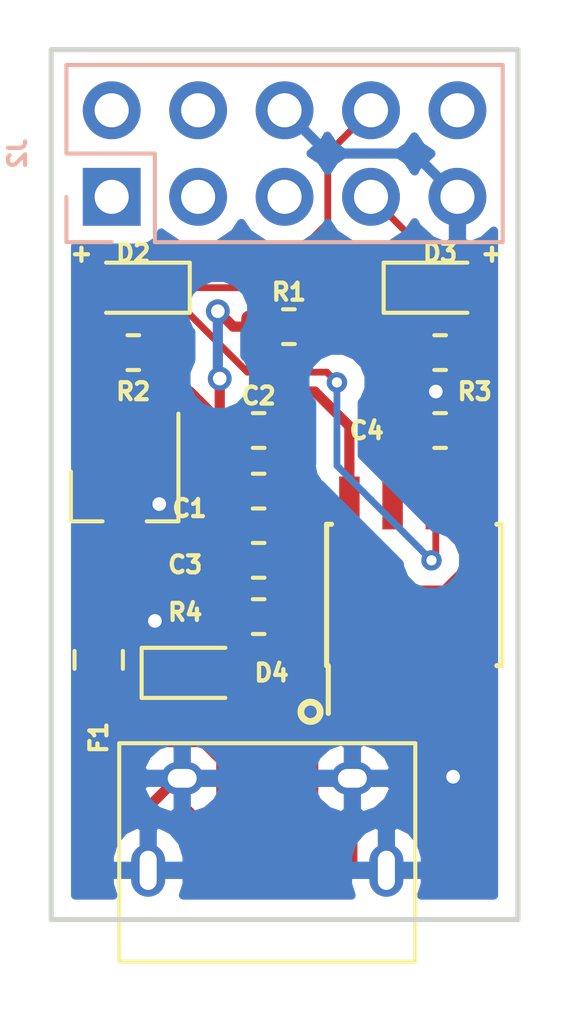
<source format=kicad_pcb>
(kicad_pcb (version 20171130) (host pcbnew 5.0.0)

  (general
    (thickness 1.6)
    (drawings 7)
    (tracks 127)
    (zones 0)
    (modules 16)
    (nets 19)
  )

  (page A4)
  (layers
    (0 F.Cu signal)
    (31 B.Cu signal)
    (32 B.Adhes user)
    (33 F.Adhes user)
    (34 B.Paste user)
    (35 F.Paste user)
    (36 B.SilkS user)
    (37 F.SilkS user)
    (38 B.Mask user)
    (39 F.Mask user)
    (40 Dwgs.User user)
    (41 Cmts.User user)
    (42 Eco1.User user)
    (43 Eco2.User user)
    (44 Edge.Cuts user)
    (45 Margin user)
    (46 B.CrtYd user)
    (47 F.CrtYd user)
    (48 B.Fab user)
    (49 F.Fab user)
  )

  (setup
    (last_trace_width 0.2)
    (trace_clearance 0.2)
    (zone_clearance 0.508)
    (zone_45_only no)
    (trace_min 0.16)
    (segment_width 0.2)
    (edge_width 0.15)
    (via_size 0.6)
    (via_drill 0.3)
    (via_min_size 0.6)
    (via_min_drill 0.3)
    (uvia_size 0.3)
    (uvia_drill 0.1)
    (uvias_allowed no)
    (uvia_min_size 0.2)
    (uvia_min_drill 0.1)
    (pcb_text_width 0.3)
    (pcb_text_size 1.5 1.5)
    (mod_edge_width 0.15)
    (mod_text_size 0.5 0.5)
    (mod_text_width 0.125)
    (pad_size 1.524 1.524)
    (pad_drill 0.762)
    (pad_to_mask_clearance 0.2)
    (aux_axis_origin 0 0)
    (visible_elements FFFFFF7F)
    (pcbplotparams
      (layerselection 0x010fc_ffffffff)
      (usegerberextensions false)
      (usegerberattributes false)
      (usegerberadvancedattributes false)
      (creategerberjobfile false)
      (excludeedgelayer true)
      (linewidth 0.100000)
      (plotframeref false)
      (viasonmask false)
      (mode 1)
      (useauxorigin false)
      (hpglpennumber 1)
      (hpglpenspeed 20)
      (hpglpendiameter 15.000000)
      (psnegative false)
      (psa4output false)
      (plotreference true)
      (plotvalue true)
      (plotinvisibletext false)
      (padsonsilk false)
      (subtractmaskfromsilk false)
      (outputformat 1)
      (mirror false)
      (drillshape 1)
      (scaleselection 1)
      (outputdirectory ""))
  )

  (net 0 "")
  (net 1 VBUS)
  (net 2 "Net-(F1-Pad2)")
  (net 3 +3V3)
  (net 4 "Net-(D3-Pad1)")
  (net 5 "Net-(D2-Pad2)")
  (net 6 "Net-(D3-Pad2)")
  (net 7 "Net-(D4-Pad2)")
  (net 8 GND)
  (net 9 /D+)
  (net 10 /D-)
  (net 11 "Net-(U1-Pad4)")
  (net 12 "Net-(D2-Pad1)")
  (net 13 "Net-(J2-Pad1)")
  (net 14 "Net-(J2-Pad2)")
  (net 15 "Net-(J2-Pad3)")
  (net 16 "Net-(J2-Pad4)")
  (net 17 "Net-(J2-Pad5)")
  (net 18 "Net-(J2-Pad10)")

  (net_class Default 这是默认网络组.
    (clearance 0.2)
    (trace_width 0.2)
    (via_dia 0.6)
    (via_drill 0.3)
    (uvia_dia 0.3)
    (uvia_drill 0.1)
    (add_net /D+)
    (add_net /D-)
    (add_net "Net-(D2-Pad1)")
    (add_net "Net-(D2-Pad2)")
    (add_net "Net-(D3-Pad1)")
    (add_net "Net-(D3-Pad2)")
    (add_net "Net-(D4-Pad2)")
    (add_net "Net-(J2-Pad1)")
    (add_net "Net-(J2-Pad10)")
    (add_net "Net-(J2-Pad2)")
    (add_net "Net-(J2-Pad3)")
    (add_net "Net-(J2-Pad4)")
    (add_net "Net-(J2-Pad5)")
    (add_net "Net-(U1-Pad4)")
  )

  (net_class Power ""
    (clearance 0.2)
    (trace_width 0.3)
    (via_dia 0.7)
    (via_drill 0.4)
    (uvia_dia 0.3)
    (uvia_drill 0.1)
    (add_net +3V3)
    (add_net GND)
    (add_net "Net-(F1-Pad2)")
    (add_net VBUS)
  )

  (module Package_TO_SOT_SMD:SOT-23_Handsoldering (layer F.Cu) (tedit 5B83C704) (tstamp 5B8FFE21)
    (at 122.682 52.451 270)
    (descr "SOT-23, Handsoldering")
    (tags SOT-23)
    (path /5B1CAB58)
    (attr smd)
    (fp_text reference U2 (at 0 -2.5 270) (layer F.SilkS) hide
      (effects (font (size 0.5 0.5) (thickness 0.125)))
    )
    (fp_text value XC6206P33 (at 0 2.5 270) (layer F.Fab)
      (effects (font (size 1 1) (thickness 0.15)))
    )
    (fp_text user %R (at 0 0) (layer F.Fab)
      (effects (font (size 0.5 0.5) (thickness 0.075)))
    )
    (fp_line (start 0.76 1.58) (end 0.76 0.65) (layer F.SilkS) (width 0.12))
    (fp_line (start 0.76 -1.58) (end 0.76 -0.65) (layer F.SilkS) (width 0.12))
    (fp_line (start -2.7 -1.75) (end 2.7 -1.75) (layer F.CrtYd) (width 0.05))
    (fp_line (start 2.7 -1.75) (end 2.7 1.75) (layer F.CrtYd) (width 0.05))
    (fp_line (start 2.7 1.75) (end -2.7 1.75) (layer F.CrtYd) (width 0.05))
    (fp_line (start -2.7 1.75) (end -2.7 -1.75) (layer F.CrtYd) (width 0.05))
    (fp_line (start 0.76 -1.58) (end -2.4 -1.58) (layer F.SilkS) (width 0.12))
    (fp_line (start -0.7 -0.95) (end -0.7 1.5) (layer F.Fab) (width 0.1))
    (fp_line (start -0.15 -1.52) (end 0.7 -1.52) (layer F.Fab) (width 0.1))
    (fp_line (start -0.7 -0.95) (end -0.15 -1.52) (layer F.Fab) (width 0.1))
    (fp_line (start 0.7 -1.52) (end 0.7 1.52) (layer F.Fab) (width 0.1))
    (fp_line (start -0.7 1.52) (end 0.7 1.52) (layer F.Fab) (width 0.1))
    (fp_line (start 0.76 1.58) (end -0.7 1.58) (layer F.SilkS) (width 0.12))
    (pad 1 smd rect (at -1.5 -0.95 270) (size 1.9 0.8) (layers F.Cu F.Paste F.Mask)
      (net 8 GND))
    (pad 2 smd rect (at -1.5 0.95 270) (size 1.9 0.8) (layers F.Cu F.Paste F.Mask)
      (net 3 +3V3))
    (pad 3 smd rect (at 1.5 0 270) (size 1.9 0.8) (layers F.Cu F.Paste F.Mask)
      (net 1 VBUS))
    (model ${KISYS3DMOD}/Package_TO_SOT_SMD.3dshapes/SOT-23.wrl
      (at (xyz 0 0 0))
      (scale (xyz 1 1 1))
      (rotate (xyz 0 0 0))
    )
  )

  (module Capacitor_SMD:C_0603_1608Metric_Pad1.05x0.95mm_HandSolder (layer F.Cu) (tedit 5B301BBE) (tstamp 5B8FF988)
    (at 131.953 50.546 180)
    (descr "Capacitor SMD 0603 (1608 Metric), square (rectangular) end terminal, IPC_7351 nominal with elongated pad for handsoldering. (Body size source: http://www.tortai-tech.com/upload/download/2011102023233369053.pdf), generated with kicad-footprint-generator")
    (tags "capacitor handsolder")
    (path /5B859AD8)
    (attr smd)
    (fp_text reference C4 (at 2.159 0 180) (layer F.SilkS)
      (effects (font (size 0.5 0.5) (thickness 0.125)))
    )
    (fp_text value 0.1uF (at 0 1.43 180) (layer F.Fab)
      (effects (font (size 1 1) (thickness 0.15)))
    )
    (fp_text user %R (at 0 0 180) (layer F.Fab)
      (effects (font (size 0.4 0.4) (thickness 0.06)))
    )
    (fp_line (start 1.65 0.73) (end -1.65 0.73) (layer F.CrtYd) (width 0.05))
    (fp_line (start 1.65 -0.73) (end 1.65 0.73) (layer F.CrtYd) (width 0.05))
    (fp_line (start -1.65 -0.73) (end 1.65 -0.73) (layer F.CrtYd) (width 0.05))
    (fp_line (start -1.65 0.73) (end -1.65 -0.73) (layer F.CrtYd) (width 0.05))
    (fp_line (start -0.171267 0.51) (end 0.171267 0.51) (layer F.SilkS) (width 0.12))
    (fp_line (start -0.171267 -0.51) (end 0.171267 -0.51) (layer F.SilkS) (width 0.12))
    (fp_line (start 0.8 0.4) (end -0.8 0.4) (layer F.Fab) (width 0.1))
    (fp_line (start 0.8 -0.4) (end 0.8 0.4) (layer F.Fab) (width 0.1))
    (fp_line (start -0.8 -0.4) (end 0.8 -0.4) (layer F.Fab) (width 0.1))
    (fp_line (start -0.8 0.4) (end -0.8 -0.4) (layer F.Fab) (width 0.1))
    (pad 2 smd roundrect (at 0.875 0 180) (size 1.05 0.95) (layers F.Cu F.Paste F.Mask) (roundrect_rratio 0.25)
      (net 8 GND))
    (pad 1 smd roundrect (at -0.875 0 180) (size 1.05 0.95) (layers F.Cu F.Paste F.Mask) (roundrect_rratio 0.25)
      (net 3 +3V3))
    (model ${KISYS3DMOD}/Capacitor_SMD.3dshapes/C_0603_1608Metric.wrl
      (at (xyz 0 0 0))
      (scale (xyz 1 1 1))
      (rotate (xyz 0 0 0))
    )
  )

  (module Capacitor_SMD:C_0603_1608Metric_Pad1.05x0.95mm_HandSolder (layer F.Cu) (tedit 5B301BBE) (tstamp 5B83C984)
    (at 126.619 54.356 180)
    (descr "Capacitor SMD 0603 (1608 Metric), square (rectangular) end terminal, IPC_7351 nominal with elongated pad for handsoldering. (Body size source: http://www.tortai-tech.com/upload/download/2011102023233369053.pdf), generated with kicad-footprint-generator")
    (tags "capacitor handsolder")
    (path /5B1CC892)
    (attr smd)
    (fp_text reference C3 (at 2.159 -0.127 180) (layer F.SilkS)
      (effects (font (size 0.5 0.5) (thickness 0.125)))
    )
    (fp_text value 0.1uF (at 0 1.43 180) (layer F.Fab)
      (effects (font (size 1 1) (thickness 0.15)))
    )
    (fp_line (start -0.8 0.4) (end -0.8 -0.4) (layer F.Fab) (width 0.1))
    (fp_line (start -0.8 -0.4) (end 0.8 -0.4) (layer F.Fab) (width 0.1))
    (fp_line (start 0.8 -0.4) (end 0.8 0.4) (layer F.Fab) (width 0.1))
    (fp_line (start 0.8 0.4) (end -0.8 0.4) (layer F.Fab) (width 0.1))
    (fp_line (start -0.171267 -0.51) (end 0.171267 -0.51) (layer F.SilkS) (width 0.12))
    (fp_line (start -0.171267 0.51) (end 0.171267 0.51) (layer F.SilkS) (width 0.12))
    (fp_line (start -1.65 0.73) (end -1.65 -0.73) (layer F.CrtYd) (width 0.05))
    (fp_line (start -1.65 -0.73) (end 1.65 -0.73) (layer F.CrtYd) (width 0.05))
    (fp_line (start 1.65 -0.73) (end 1.65 0.73) (layer F.CrtYd) (width 0.05))
    (fp_line (start 1.65 0.73) (end -1.65 0.73) (layer F.CrtYd) (width 0.05))
    (fp_text user %R (at 0 0 180) (layer F.Fab)
      (effects (font (size 0.4 0.4) (thickness 0.06)))
    )
    (pad 1 smd roundrect (at -0.875 0 180) (size 1.05 0.95) (layers F.Cu F.Paste F.Mask) (roundrect_rratio 0.25)
      (net 3 +3V3))
    (pad 2 smd roundrect (at 0.875 0 180) (size 1.05 0.95) (layers F.Cu F.Paste F.Mask) (roundrect_rratio 0.25)
      (net 8 GND))
    (model ${KISYS3DMOD}/Capacitor_SMD.3dshapes/C_0603_1608Metric.wrl
      (at (xyz 0 0 0))
      (scale (xyz 1 1 1))
      (rotate (xyz 0 0 0))
    )
  )

  (module Capacitor_SMD:C_0603_1608Metric_Pad1.05x0.95mm_HandSolder (layer F.Cu) (tedit 5B301BBE) (tstamp 5B8FF966)
    (at 126.619 50.546)
    (descr "Capacitor SMD 0603 (1608 Metric), square (rectangular) end terminal, IPC_7351 nominal with elongated pad for handsoldering. (Body size source: http://www.tortai-tech.com/upload/download/2011102023233369053.pdf), generated with kicad-footprint-generator")
    (tags "capacitor handsolder")
    (path /5B1CCC33)
    (attr smd)
    (fp_text reference C2 (at 0 -1.016) (layer F.SilkS)
      (effects (font (size 0.5 0.5) (thickness 0.125)))
    )
    (fp_text value 1uF (at 0 1.43) (layer F.Fab)
      (effects (font (size 1 1) (thickness 0.15)))
    )
    (fp_text user %R (at 0 0) (layer F.Fab)
      (effects (font (size 0.4 0.4) (thickness 0.06)))
    )
    (fp_line (start 1.65 0.73) (end -1.65 0.73) (layer F.CrtYd) (width 0.05))
    (fp_line (start 1.65 -0.73) (end 1.65 0.73) (layer F.CrtYd) (width 0.05))
    (fp_line (start -1.65 -0.73) (end 1.65 -0.73) (layer F.CrtYd) (width 0.05))
    (fp_line (start -1.65 0.73) (end -1.65 -0.73) (layer F.CrtYd) (width 0.05))
    (fp_line (start -0.171267 0.51) (end 0.171267 0.51) (layer F.SilkS) (width 0.12))
    (fp_line (start -0.171267 -0.51) (end 0.171267 -0.51) (layer F.SilkS) (width 0.12))
    (fp_line (start 0.8 0.4) (end -0.8 0.4) (layer F.Fab) (width 0.1))
    (fp_line (start 0.8 -0.4) (end 0.8 0.4) (layer F.Fab) (width 0.1))
    (fp_line (start -0.8 -0.4) (end 0.8 -0.4) (layer F.Fab) (width 0.1))
    (fp_line (start -0.8 0.4) (end -0.8 -0.4) (layer F.Fab) (width 0.1))
    (pad 2 smd roundrect (at 0.875 0) (size 1.05 0.95) (layers F.Cu F.Paste F.Mask) (roundrect_rratio 0.25)
      (net 8 GND))
    (pad 1 smd roundrect (at -0.875 0) (size 1.05 0.95) (layers F.Cu F.Paste F.Mask) (roundrect_rratio 0.25)
      (net 3 +3V3))
    (model ${KISYS3DMOD}/Capacitor_SMD.3dshapes/C_0603_1608Metric.wrl
      (at (xyz 0 0 0))
      (scale (xyz 1 1 1))
      (rotate (xyz 0 0 0))
    )
  )

  (module Capacitor_SMD:C_0603_1608Metric_Pad1.05x0.95mm_HandSolder (layer F.Cu) (tedit 5B301BBE) (tstamp 5B900A4D)
    (at 126.619 52.324)
    (descr "Capacitor SMD 0603 (1608 Metric), square (rectangular) end terminal, IPC_7351 nominal with elongated pad for handsoldering. (Body size source: http://www.tortai-tech.com/upload/download/2011102023233369053.pdf), generated with kicad-footprint-generator")
    (tags "capacitor handsolder")
    (path /5B1CC957)
    (attr smd)
    (fp_text reference C1 (at -2.032 0.508) (layer F.SilkS)
      (effects (font (size 0.5 0.5) (thickness 0.125)))
    )
    (fp_text value 1uF (at 0 1.43) (layer F.Fab)
      (effects (font (size 1 1) (thickness 0.15)))
    )
    (fp_line (start -0.8 0.4) (end -0.8 -0.4) (layer F.Fab) (width 0.1))
    (fp_line (start -0.8 -0.4) (end 0.8 -0.4) (layer F.Fab) (width 0.1))
    (fp_line (start 0.8 -0.4) (end 0.8 0.4) (layer F.Fab) (width 0.1))
    (fp_line (start 0.8 0.4) (end -0.8 0.4) (layer F.Fab) (width 0.1))
    (fp_line (start -0.171267 -0.51) (end 0.171267 -0.51) (layer F.SilkS) (width 0.12))
    (fp_line (start -0.171267 0.51) (end 0.171267 0.51) (layer F.SilkS) (width 0.12))
    (fp_line (start -1.65 0.73) (end -1.65 -0.73) (layer F.CrtYd) (width 0.05))
    (fp_line (start -1.65 -0.73) (end 1.65 -0.73) (layer F.CrtYd) (width 0.05))
    (fp_line (start 1.65 -0.73) (end 1.65 0.73) (layer F.CrtYd) (width 0.05))
    (fp_line (start 1.65 0.73) (end -1.65 0.73) (layer F.CrtYd) (width 0.05))
    (fp_text user %R (at 0 0) (layer F.Fab)
      (effects (font (size 0.4 0.4) (thickness 0.06)))
    )
    (pad 1 smd roundrect (at -0.875 0) (size 1.05 0.95) (layers F.Cu F.Paste F.Mask) (roundrect_rratio 0.25)
      (net 8 GND))
    (pad 2 smd roundrect (at 0.875 0) (size 1.05 0.95) (layers F.Cu F.Paste F.Mask) (roundrect_rratio 0.25)
      (net 1 VBUS))
    (model ${KISYS3DMOD}/Capacitor_SMD.3dshapes/C_0603_1608Metric.wrl
      (at (xyz 0 0 0))
      (scale (xyz 1 1 1))
      (rotate (xyz 0 0 0))
    )
  )

  (module Connector_PinSocket_2.54mm:PinSocket_2x05_P2.54mm_Vertical (layer B.Cu) (tedit 5A19A42B) (tstamp 5B8FF944)
    (at 122.301 43.688 270)
    (descr "Through hole straight socket strip, 2x05, 2.54mm pitch, double cols (from Kicad 4.0.7), script generated")
    (tags "Through hole socket strip THT 2x05 2.54mm double row")
    (path /5B4CB482)
    (fp_text reference J2 (at -1.27 2.77 270) (layer B.SilkS)
      (effects (font (size 0.5 0.5) (thickness 0.125)) (justify mirror))
    )
    (fp_text value Pine64_EXP (at -1.27 -12.93 270) (layer B.Fab)
      (effects (font (size 1 1) (thickness 0.15)) (justify mirror))
    )
    (fp_line (start -3.81 1.27) (end 0.27 1.27) (layer B.Fab) (width 0.1))
    (fp_line (start 0.27 1.27) (end 1.27 0.27) (layer B.Fab) (width 0.1))
    (fp_line (start 1.27 0.27) (end 1.27 -11.43) (layer B.Fab) (width 0.1))
    (fp_line (start 1.27 -11.43) (end -3.81 -11.43) (layer B.Fab) (width 0.1))
    (fp_line (start -3.81 -11.43) (end -3.81 1.27) (layer B.Fab) (width 0.1))
    (fp_line (start -3.87 1.33) (end -1.27 1.33) (layer B.SilkS) (width 0.12))
    (fp_line (start -3.87 1.33) (end -3.87 -11.49) (layer B.SilkS) (width 0.12))
    (fp_line (start -3.87 -11.49) (end 1.33 -11.49) (layer B.SilkS) (width 0.12))
    (fp_line (start 1.33 -1.27) (end 1.33 -11.49) (layer B.SilkS) (width 0.12))
    (fp_line (start -1.27 -1.27) (end 1.33 -1.27) (layer B.SilkS) (width 0.12))
    (fp_line (start -1.27 1.33) (end -1.27 -1.27) (layer B.SilkS) (width 0.12))
    (fp_line (start 1.33 1.33) (end 1.33 0) (layer B.SilkS) (width 0.12))
    (fp_line (start 0 1.33) (end 1.33 1.33) (layer B.SilkS) (width 0.12))
    (fp_line (start -4.34 1.8) (end 1.76 1.8) (layer B.CrtYd) (width 0.05))
    (fp_line (start 1.76 1.8) (end 1.76 -11.9) (layer B.CrtYd) (width 0.05))
    (fp_line (start 1.76 -11.9) (end -4.34 -11.9) (layer B.CrtYd) (width 0.05))
    (fp_line (start -4.34 -11.9) (end -4.34 1.8) (layer B.CrtYd) (width 0.05))
    (fp_text user %R (at -1.27 -5.08 180) (layer B.Fab)
      (effects (font (size 1 1) (thickness 0.15)) (justify mirror))
    )
    (pad 1 thru_hole rect (at 0 0 270) (size 1.7 1.7) (drill 1) (layers *.Cu *.Mask)
      (net 13 "Net-(J2-Pad1)"))
    (pad 2 thru_hole oval (at -2.54 0 270) (size 1.7 1.7) (drill 1) (layers *.Cu *.Mask)
      (net 14 "Net-(J2-Pad2)"))
    (pad 3 thru_hole oval (at 0 -2.54 270) (size 1.7 1.7) (drill 1) (layers *.Cu *.Mask)
      (net 15 "Net-(J2-Pad3)"))
    (pad 4 thru_hole oval (at -2.54 -2.54 270) (size 1.7 1.7) (drill 1) (layers *.Cu *.Mask)
      (net 16 "Net-(J2-Pad4)"))
    (pad 5 thru_hole oval (at 0 -5.08 270) (size 1.7 1.7) (drill 1) (layers *.Cu *.Mask)
      (net 17 "Net-(J2-Pad5)"))
    (pad 6 thru_hole oval (at -2.54 -5.08 270) (size 1.7 1.7) (drill 1) (layers *.Cu *.Mask)
      (net 8 GND))
    (pad 7 thru_hole oval (at 0 -7.62 270) (size 1.7 1.7) (drill 1) (layers *.Cu *.Mask)
      (net 4 "Net-(D3-Pad1)"))
    (pad 8 thru_hole oval (at -2.54 -7.62 270) (size 1.7 1.7) (drill 1) (layers *.Cu *.Mask)
      (net 12 "Net-(D2-Pad1)"))
    (pad 9 thru_hole oval (at 0 -10.16 270) (size 1.7 1.7) (drill 1) (layers *.Cu *.Mask)
      (net 8 GND))
    (pad 10 thru_hole oval (at -2.54 -10.16 270) (size 1.7 1.7) (drill 1) (layers *.Cu *.Mask)
      (net 18 "Net-(J2-Pad10)"))
    (model ${KISYS3DMOD}/Connector_PinSocket_2.54mm.3dshapes/PinSocket_2x05_P2.54mm_Vertical.wrl
      (at (xyz 0 0 0))
      (scale (xyz 1 1 1))
      (rotate (xyz 0 0 0))
    )
  )

  (module Icenowy_Connectors:USB_Micro-B_Connector (layer F.Cu) (tedit 5B83C743) (tstamp 5B8FF924)
    (at 126.873 62.103)
    (descr "Micro USB Type B Receptacle")
    (tags "USB USB_B USB_micro USB_OTG")
    (path /5B4CD399)
    (attr smd)
    (fp_text reference J1 (at 0 -3.24) (layer F.SilkS) hide
      (effects (font (size 0.5 0.5) (thickness 0.125)))
    )
    (fp_text value USB_B_Micro (at 0 5.01) (layer F.Fab)
      (effects (font (size 1 1) (thickness 0.15)))
    )
    (fp_line (start -4.6 -2.59) (end 4.6 -2.59) (layer F.CrtYd) (width 0.05))
    (fp_line (start 4.6 -2.59) (end 4.6 4.26) (layer F.CrtYd) (width 0.05))
    (fp_line (start 4.6 4.26) (end -4.6 4.26) (layer F.CrtYd) (width 0.05))
    (fp_line (start -4.6 4.26) (end -4.6 -2.59) (layer F.CrtYd) (width 0.05))
    (fp_line (start -4.35 4.03) (end 4.35 4.03) (layer F.SilkS) (width 0.12))
    (fp_line (start -4.35 -2.38) (end 4.35 -2.38) (layer F.SilkS) (width 0.12))
    (fp_line (start 4.35 -2.38) (end 4.35 4.03) (layer F.SilkS) (width 0.12))
    (fp_line (start 4.35 2.8) (end -4.35 2.8) (layer F.SilkS) (width 0.12))
    (fp_line (start -4.35 4.03) (end -4.35 -2.38) (layer F.SilkS) (width 0.12))
    (pad 1 smd rect (at -1.3 -1.35 90) (size 1.35 0.4) (layers F.Cu F.Paste F.Mask)
      (net 2 "Net-(F1-Pad2)"))
    (pad 2 smd rect (at -0.65 -1.35 90) (size 1.35 0.4) (layers F.Cu F.Paste F.Mask)
      (net 10 /D-))
    (pad 3 smd rect (at 0 -1.35 90) (size 1.35 0.4) (layers F.Cu F.Paste F.Mask)
      (net 9 /D+))
    (pad 4 smd rect (at 0.65 -1.35 90) (size 1.35 0.4) (layers F.Cu F.Paste F.Mask)
      (net 8 GND))
    (pad 5 smd rect (at 1.3 -1.35 90) (size 1.35 0.4) (layers F.Cu F.Paste F.Mask)
      (net 8 GND))
    (pad 6 thru_hole oval (at -2.5 -1.35 90) (size 0.95 1.25) (drill oval 0.55 0.85) (layers *.Cu *.Mask)
      (net 8 GND))
    (pad 6 thru_hole oval (at 2.5 -1.35 90) (size 0.95 1.25) (drill oval 0.55 0.85) (layers *.Cu *.Mask)
      (net 8 GND))
    (pad 6 thru_hole oval (at -3.5 1.35 90) (size 1.55 1) (drill oval 1.15 0.5) (layers *.Cu *.Mask)
      (net 8 GND))
    (pad 6 thru_hole oval (at 3.5 1.35 90) (size 1.55 1) (drill oval 1.15 0.5) (layers *.Cu *.Mask)
      (net 8 GND))
  )

  (module LED_SMD:LED_0603_1608Metric_Pad1.05x0.95mm_HandSolder (layer F.Cu) (tedit 5B4B45C9) (tstamp 5B8FF90E)
    (at 124.841 57.658)
    (descr "LED SMD 0603 (1608 Metric), square (rectangular) end terminal, IPC_7351 nominal, (Body size source: http://www.tortai-tech.com/upload/download/2011102023233369053.pdf), generated with kicad-footprint-generator")
    (tags "LED handsolder")
    (path /5B50CA35)
    (attr smd)
    (fp_text reference D4 (at 2.159 0) (layer F.SilkS)
      (effects (font (size 0.5 0.5) (thickness 0.125)))
    )
    (fp_text value Red (at 0 1.43) (layer F.Fab)
      (effects (font (size 1 1) (thickness 0.15)))
    )
    (fp_line (start 0.8 -0.4) (end -0.5 -0.4) (layer F.Fab) (width 0.1))
    (fp_line (start -0.5 -0.4) (end -0.8 -0.1) (layer F.Fab) (width 0.1))
    (fp_line (start -0.8 -0.1) (end -0.8 0.4) (layer F.Fab) (width 0.1))
    (fp_line (start -0.8 0.4) (end 0.8 0.4) (layer F.Fab) (width 0.1))
    (fp_line (start 0.8 0.4) (end 0.8 -0.4) (layer F.Fab) (width 0.1))
    (fp_line (start 0.8 -0.735) (end -1.66 -0.735) (layer F.SilkS) (width 0.12))
    (fp_line (start -1.66 -0.735) (end -1.66 0.735) (layer F.SilkS) (width 0.12))
    (fp_line (start -1.66 0.735) (end 0.8 0.735) (layer F.SilkS) (width 0.12))
    (fp_line (start -1.65 0.73) (end -1.65 -0.73) (layer F.CrtYd) (width 0.05))
    (fp_line (start -1.65 -0.73) (end 1.65 -0.73) (layer F.CrtYd) (width 0.05))
    (fp_line (start 1.65 -0.73) (end 1.65 0.73) (layer F.CrtYd) (width 0.05))
    (fp_line (start 1.65 0.73) (end -1.65 0.73) (layer F.CrtYd) (width 0.05))
    (fp_text user %R (at 0 0) (layer F.Fab)
      (effects (font (size 0.4 0.4) (thickness 0.06)))
    )
    (pad 1 smd roundrect (at -0.875 0) (size 1.05 0.95) (layers F.Cu F.Paste F.Mask) (roundrect_rratio 0.25)
      (net 8 GND))
    (pad 2 smd roundrect (at 0.875 0) (size 1.05 0.95) (layers F.Cu F.Paste F.Mask) (roundrect_rratio 0.25)
      (net 7 "Net-(D4-Pad2)"))
    (model ${KISYS3DMOD}/LED_SMD.3dshapes/LED_0603_1608Metric.wrl
      (at (xyz 0 0 0))
      (scale (xyz 1 1 1))
      (rotate (xyz 0 0 0))
    )
  )

  (module LED_SMD:LED_0603_1608Metric_Pad1.05x0.95mm_HandSolder (layer F.Cu) (tedit 5B4B45C9) (tstamp 5B8FF8FB)
    (at 131.953 46.355)
    (descr "LED SMD 0603 (1608 Metric), square (rectangular) end terminal, IPC_7351 nominal, (Body size source: http://www.tortai-tech.com/upload/download/2011102023233369053.pdf), generated with kicad-footprint-generator")
    (tags "LED handsolder")
    (path /5B505DB0)
    (attr smd)
    (fp_text reference D3 (at 0 -1.016) (layer F.SilkS)
      (effects (font (size 0.5 0.5) (thickness 0.125)))
    )
    (fp_text value Yellow (at 0 1.43) (layer F.Fab)
      (effects (font (size 1 1) (thickness 0.15)))
    )
    (fp_text user %R (at 0 0) (layer F.Fab)
      (effects (font (size 0.4 0.4) (thickness 0.06)))
    )
    (fp_line (start 1.65 0.73) (end -1.65 0.73) (layer F.CrtYd) (width 0.05))
    (fp_line (start 1.65 -0.73) (end 1.65 0.73) (layer F.CrtYd) (width 0.05))
    (fp_line (start -1.65 -0.73) (end 1.65 -0.73) (layer F.CrtYd) (width 0.05))
    (fp_line (start -1.65 0.73) (end -1.65 -0.73) (layer F.CrtYd) (width 0.05))
    (fp_line (start -1.66 0.735) (end 0.8 0.735) (layer F.SilkS) (width 0.12))
    (fp_line (start -1.66 -0.735) (end -1.66 0.735) (layer F.SilkS) (width 0.12))
    (fp_line (start 0.8 -0.735) (end -1.66 -0.735) (layer F.SilkS) (width 0.12))
    (fp_line (start 0.8 0.4) (end 0.8 -0.4) (layer F.Fab) (width 0.1))
    (fp_line (start -0.8 0.4) (end 0.8 0.4) (layer F.Fab) (width 0.1))
    (fp_line (start -0.8 -0.1) (end -0.8 0.4) (layer F.Fab) (width 0.1))
    (fp_line (start -0.5 -0.4) (end -0.8 -0.1) (layer F.Fab) (width 0.1))
    (fp_line (start 0.8 -0.4) (end -0.5 -0.4) (layer F.Fab) (width 0.1))
    (pad 2 smd roundrect (at 0.875 0) (size 1.05 0.95) (layers F.Cu F.Paste F.Mask) (roundrect_rratio 0.25)
      (net 6 "Net-(D3-Pad2)"))
    (pad 1 smd roundrect (at -0.875 0) (size 1.05 0.95) (layers F.Cu F.Paste F.Mask) (roundrect_rratio 0.25)
      (net 4 "Net-(D3-Pad1)"))
    (model ${KISYS3DMOD}/LED_SMD.3dshapes/LED_0603_1608Metric.wrl
      (at (xyz 0 0 0))
      (scale (xyz 1 1 1))
      (rotate (xyz 0 0 0))
    )
  )

  (module LED_SMD:LED_0603_1608Metric_Pad1.05x0.95mm_HandSolder (layer F.Cu) (tedit 5B4B45C9) (tstamp 5B8FF8E8)
    (at 122.936 46.355 180)
    (descr "LED SMD 0603 (1608 Metric), square (rectangular) end terminal, IPC_7351 nominal, (Body size source: http://www.tortai-tech.com/upload/download/2011102023233369053.pdf), generated with kicad-footprint-generator")
    (tags "LED handsolder")
    (path /5B505C0F)
    (attr smd)
    (fp_text reference D2 (at 0 1.016 180) (layer F.SilkS)
      (effects (font (size 0.5 0.5) (thickness 0.125)))
    )
    (fp_text value Yellow (at 0 1.43 180) (layer F.Fab)
      (effects (font (size 1 1) (thickness 0.15)))
    )
    (fp_line (start 0.8 -0.4) (end -0.5 -0.4) (layer F.Fab) (width 0.1))
    (fp_line (start -0.5 -0.4) (end -0.8 -0.1) (layer F.Fab) (width 0.1))
    (fp_line (start -0.8 -0.1) (end -0.8 0.4) (layer F.Fab) (width 0.1))
    (fp_line (start -0.8 0.4) (end 0.8 0.4) (layer F.Fab) (width 0.1))
    (fp_line (start 0.8 0.4) (end 0.8 -0.4) (layer F.Fab) (width 0.1))
    (fp_line (start 0.8 -0.735) (end -1.66 -0.735) (layer F.SilkS) (width 0.12))
    (fp_line (start -1.66 -0.735) (end -1.66 0.735) (layer F.SilkS) (width 0.12))
    (fp_line (start -1.66 0.735) (end 0.8 0.735) (layer F.SilkS) (width 0.12))
    (fp_line (start -1.65 0.73) (end -1.65 -0.73) (layer F.CrtYd) (width 0.05))
    (fp_line (start -1.65 -0.73) (end 1.65 -0.73) (layer F.CrtYd) (width 0.05))
    (fp_line (start 1.65 -0.73) (end 1.65 0.73) (layer F.CrtYd) (width 0.05))
    (fp_line (start 1.65 0.73) (end -1.65 0.73) (layer F.CrtYd) (width 0.05))
    (fp_text user %R (at 0 0 180) (layer F.Fab)
      (effects (font (size 0.4 0.4) (thickness 0.06)))
    )
    (pad 1 smd roundrect (at -0.875 0 180) (size 1.05 0.95) (layers F.Cu F.Paste F.Mask) (roundrect_rratio 0.25)
      (net 12 "Net-(D2-Pad1)"))
    (pad 2 smd roundrect (at 0.875 0 180) (size 1.05 0.95) (layers F.Cu F.Paste F.Mask) (roundrect_rratio 0.25)
      (net 5 "Net-(D2-Pad2)"))
    (model ${KISYS3DMOD}/LED_SMD.3dshapes/LED_0603_1608Metric.wrl
      (at (xyz 0 0 0))
      (scale (xyz 1 1 1))
      (rotate (xyz 0 0 0))
    )
  )

  (module Package_SO:SOIC-8_3.9x4.9mm_P1.27mm (layer F.Cu) (tedit 5B83C767) (tstamp 5B900143)
    (at 131.191 55.372 90)
    (descr "8-Lead Plastic Small Outline (SN) - Narrow, 3.90 mm Body [SOIC] (see Microchip Packaging Specification 00000049BS.pdf)")
    (tags "SOIC 1.27")
    (path /5B1CB030)
    (attr smd)
    (fp_text reference U1 (at 0 -3.5 90) (layer F.SilkS) hide
      (effects (font (size 0.5 0.5) (thickness 0.125)))
    )
    (fp_text value CH330N (at 0 3.5 90) (layer F.Fab)
      (effects (font (size 1 1) (thickness 0.15)))
    )
    (fp_text user %R (at 0 0 90) (layer F.Fab)
      (effects (font (size 1 1) (thickness 0.15)))
    )
    (fp_line (start -0.95 -2.45) (end 1.95 -2.45) (layer F.Fab) (width 0.1))
    (fp_line (start 1.95 -2.45) (end 1.95 2.45) (layer F.Fab) (width 0.1))
    (fp_line (start 1.95 2.45) (end -1.95 2.45) (layer F.Fab) (width 0.1))
    (fp_line (start -1.95 2.45) (end -1.95 -1.45) (layer F.Fab) (width 0.1))
    (fp_line (start -1.95 -1.45) (end -0.95 -2.45) (layer F.Fab) (width 0.1))
    (fp_line (start -3.73 -2.7) (end -3.73 2.7) (layer F.CrtYd) (width 0.05))
    (fp_line (start 3.73 -2.7) (end 3.73 2.7) (layer F.CrtYd) (width 0.05))
    (fp_line (start -3.73 -2.7) (end 3.73 -2.7) (layer F.CrtYd) (width 0.05))
    (fp_line (start -3.73 2.7) (end 3.73 2.7) (layer F.CrtYd) (width 0.05))
    (fp_line (start -2.075 -2.575) (end -2.075 -2.525) (layer F.SilkS) (width 0.15))
    (fp_line (start 2.075 -2.575) (end 2.075 -2.43) (layer F.SilkS) (width 0.15))
    (fp_line (start 2.075 2.575) (end 2.075 2.43) (layer F.SilkS) (width 0.15))
    (fp_line (start -2.075 2.575) (end -2.075 2.43) (layer F.SilkS) (width 0.15))
    (fp_line (start -2.075 -2.575) (end 2.075 -2.575) (layer F.SilkS) (width 0.15))
    (fp_line (start -2.075 2.575) (end 2.075 2.575) (layer F.SilkS) (width 0.15))
    (fp_line (start -2.075 -2.525) (end -3.475 -2.525) (layer F.SilkS) (width 0.15))
    (pad 1 smd rect (at -2.7 -1.905 90) (size 1.55 0.6) (layers F.Cu F.Paste F.Mask)
      (net 9 /D+))
    (pad 2 smd rect (at -2.7 -0.635 90) (size 1.55 0.6) (layers F.Cu F.Paste F.Mask)
      (net 10 /D-))
    (pad 3 smd rect (at -2.7 0.635 90) (size 1.55 0.6) (layers F.Cu F.Paste F.Mask)
      (net 8 GND))
    (pad 4 smd rect (at -2.7 1.905 90) (size 1.55 0.6) (layers F.Cu F.Paste F.Mask)
      (net 11 "Net-(U1-Pad4)"))
    (pad 5 smd rect (at 2.7 1.905 90) (size 1.55 0.6) (layers F.Cu F.Paste F.Mask)
      (net 3 +3V3))
    (pad 6 smd rect (at 2.7 0.635 90) (size 1.55 0.6) (layers F.Cu F.Paste F.Mask)
      (net 12 "Net-(D2-Pad1)"))
    (pad 7 smd rect (at 2.7 -0.635 90) (size 1.55 0.6) (layers F.Cu F.Paste F.Mask)
      (net 4 "Net-(D3-Pad1)"))
    (pad 8 smd rect (at 2.7 -1.905 90) (size 1.55 0.6) (layers F.Cu F.Paste F.Mask)
      (net 3 +3V3))
    (model ${KISYS3DMOD}/Package_SO.3dshapes/SOIC-8_3.9x4.9mm_P1.27mm.wrl
      (at (xyz 0 0 0))
      (scale (xyz 1 1 1))
      (rotate (xyz 0 0 0))
    )
  )

  (module Resistor_SMD:R_0603_1608Metric_Pad1.05x0.95mm_HandSolder (layer F.Cu) (tedit 5B301BBD) (tstamp 5B8FF8A2)
    (at 126.619 56.007)
    (descr "Resistor SMD 0603 (1608 Metric), square (rectangular) end terminal, IPC_7351 nominal with elongated pad for handsoldering. (Body size source: http://www.tortai-tech.com/upload/download/2011102023233369053.pdf), generated with kicad-footprint-generator")
    (tags "resistor handsolder")
    (path /5B50CA3C)
    (attr smd)
    (fp_text reference R4 (at -2.159 -0.127) (layer F.SilkS)
      (effects (font (size 0.5 0.5) (thickness 0.125)))
    )
    (fp_text value 1.5kR (at 0 1.43) (layer F.Fab)
      (effects (font (size 1 1) (thickness 0.15)))
    )
    (fp_text user %R (at 0 0) (layer F.Fab)
      (effects (font (size 0.4 0.4) (thickness 0.06)))
    )
    (fp_line (start 1.65 0.73) (end -1.65 0.73) (layer F.CrtYd) (width 0.05))
    (fp_line (start 1.65 -0.73) (end 1.65 0.73) (layer F.CrtYd) (width 0.05))
    (fp_line (start -1.65 -0.73) (end 1.65 -0.73) (layer F.CrtYd) (width 0.05))
    (fp_line (start -1.65 0.73) (end -1.65 -0.73) (layer F.CrtYd) (width 0.05))
    (fp_line (start -0.171267 0.51) (end 0.171267 0.51) (layer F.SilkS) (width 0.12))
    (fp_line (start -0.171267 -0.51) (end 0.171267 -0.51) (layer F.SilkS) (width 0.12))
    (fp_line (start 0.8 0.4) (end -0.8 0.4) (layer F.Fab) (width 0.1))
    (fp_line (start 0.8 -0.4) (end 0.8 0.4) (layer F.Fab) (width 0.1))
    (fp_line (start -0.8 -0.4) (end 0.8 -0.4) (layer F.Fab) (width 0.1))
    (fp_line (start -0.8 0.4) (end -0.8 -0.4) (layer F.Fab) (width 0.1))
    (pad 2 smd roundrect (at 0.875 0) (size 1.05 0.95) (layers F.Cu F.Paste F.Mask) (roundrect_rratio 0.25)
      (net 3 +3V3))
    (pad 1 smd roundrect (at -0.875 0) (size 1.05 0.95) (layers F.Cu F.Paste F.Mask) (roundrect_rratio 0.25)
      (net 7 "Net-(D4-Pad2)"))
    (model ${KISYS3DMOD}/Resistor_SMD.3dshapes/R_0603_1608Metric.wrl
      (at (xyz 0 0 0))
      (scale (xyz 1 1 1))
      (rotate (xyz 0 0 0))
    )
  )

  (module Resistor_SMD:R_0603_1608Metric_Pad1.05x0.95mm_HandSolder (layer F.Cu) (tedit 5B301BBD) (tstamp 5B8FF891)
    (at 131.953 48.26 180)
    (descr "Resistor SMD 0603 (1608 Metric), square (rectangular) end terminal, IPC_7351 nominal with elongated pad for handsoldering. (Body size source: http://www.tortai-tech.com/upload/download/2011102023233369053.pdf), generated with kicad-footprint-generator")
    (tags "resistor handsolder")
    (path /5B50607E)
    (attr smd)
    (fp_text reference R3 (at -1.016 -1.143 180) (layer F.SilkS)
      (effects (font (size 0.5 0.5) (thickness 0.125)))
    )
    (fp_text value 1.5kR (at 0 1.43 180) (layer F.Fab)
      (effects (font (size 1 1) (thickness 0.15)))
    )
    (fp_line (start -0.8 0.4) (end -0.8 -0.4) (layer F.Fab) (width 0.1))
    (fp_line (start -0.8 -0.4) (end 0.8 -0.4) (layer F.Fab) (width 0.1))
    (fp_line (start 0.8 -0.4) (end 0.8 0.4) (layer F.Fab) (width 0.1))
    (fp_line (start 0.8 0.4) (end -0.8 0.4) (layer F.Fab) (width 0.1))
    (fp_line (start -0.171267 -0.51) (end 0.171267 -0.51) (layer F.SilkS) (width 0.12))
    (fp_line (start -0.171267 0.51) (end 0.171267 0.51) (layer F.SilkS) (width 0.12))
    (fp_line (start -1.65 0.73) (end -1.65 -0.73) (layer F.CrtYd) (width 0.05))
    (fp_line (start -1.65 -0.73) (end 1.65 -0.73) (layer F.CrtYd) (width 0.05))
    (fp_line (start 1.65 -0.73) (end 1.65 0.73) (layer F.CrtYd) (width 0.05))
    (fp_line (start 1.65 0.73) (end -1.65 0.73) (layer F.CrtYd) (width 0.05))
    (fp_text user %R (at 0 0 180) (layer F.Fab)
      (effects (font (size 0.4 0.4) (thickness 0.06)))
    )
    (pad 1 smd roundrect (at -0.875 0 180) (size 1.05 0.95) (layers F.Cu F.Paste F.Mask) (roundrect_rratio 0.25)
      (net 3 +3V3))
    (pad 2 smd roundrect (at 0.875 0 180) (size 1.05 0.95) (layers F.Cu F.Paste F.Mask) (roundrect_rratio 0.25)
      (net 6 "Net-(D3-Pad2)"))
    (model ${KISYS3DMOD}/Resistor_SMD.3dshapes/R_0603_1608Metric.wrl
      (at (xyz 0 0 0))
      (scale (xyz 1 1 1))
      (rotate (xyz 0 0 0))
    )
  )

  (module Resistor_SMD:R_0603_1608Metric_Pad1.05x0.95mm_HandSolder (layer F.Cu) (tedit 5B301BBD) (tstamp 5B8FF880)
    (at 122.936 48.26)
    (descr "Resistor SMD 0603 (1608 Metric), square (rectangular) end terminal, IPC_7351 nominal with elongated pad for handsoldering. (Body size source: http://www.tortai-tech.com/upload/download/2011102023233369053.pdf), generated with kicad-footprint-generator")
    (tags "resistor handsolder")
    (path /5B505F12)
    (attr smd)
    (fp_text reference R2 (at 0 1.143) (layer F.SilkS)
      (effects (font (size 0.5 0.5) (thickness 0.125)))
    )
    (fp_text value 1.5kR (at 0 1.43) (layer F.Fab)
      (effects (font (size 1 1) (thickness 0.15)))
    )
    (fp_text user %R (at 0 0) (layer F.Fab)
      (effects (font (size 0.4 0.4) (thickness 0.06)))
    )
    (fp_line (start 1.65 0.73) (end -1.65 0.73) (layer F.CrtYd) (width 0.05))
    (fp_line (start 1.65 -0.73) (end 1.65 0.73) (layer F.CrtYd) (width 0.05))
    (fp_line (start -1.65 -0.73) (end 1.65 -0.73) (layer F.CrtYd) (width 0.05))
    (fp_line (start -1.65 0.73) (end -1.65 -0.73) (layer F.CrtYd) (width 0.05))
    (fp_line (start -0.171267 0.51) (end 0.171267 0.51) (layer F.SilkS) (width 0.12))
    (fp_line (start -0.171267 -0.51) (end 0.171267 -0.51) (layer F.SilkS) (width 0.12))
    (fp_line (start 0.8 0.4) (end -0.8 0.4) (layer F.Fab) (width 0.1))
    (fp_line (start 0.8 -0.4) (end 0.8 0.4) (layer F.Fab) (width 0.1))
    (fp_line (start -0.8 -0.4) (end 0.8 -0.4) (layer F.Fab) (width 0.1))
    (fp_line (start -0.8 0.4) (end -0.8 -0.4) (layer F.Fab) (width 0.1))
    (pad 2 smd roundrect (at 0.875 0) (size 1.05 0.95) (layers F.Cu F.Paste F.Mask) (roundrect_rratio 0.25)
      (net 5 "Net-(D2-Pad2)"))
    (pad 1 smd roundrect (at -0.875 0) (size 1.05 0.95) (layers F.Cu F.Paste F.Mask) (roundrect_rratio 0.25)
      (net 3 +3V3))
    (model ${KISYS3DMOD}/Resistor_SMD.3dshapes/R_0603_1608Metric.wrl
      (at (xyz 0 0 0))
      (scale (xyz 1 1 1))
      (rotate (xyz 0 0 0))
    )
  )

  (module Resistor_SMD:R_0603_1608Metric_Pad1.05x0.95mm_HandSolder (layer F.Cu) (tedit 5B301BBD) (tstamp 5B8FF86F)
    (at 127.508 47.498)
    (descr "Resistor SMD 0603 (1608 Metric), square (rectangular) end terminal, IPC_7351 nominal with elongated pad for handsoldering. (Body size source: http://www.tortai-tech.com/upload/download/2011102023233369053.pdf), generated with kicad-footprint-generator")
    (tags "resistor handsolder")
    (path /5B85C0C1)
    (attr smd)
    (fp_text reference R1 (at 0 -1.016) (layer F.SilkS)
      (effects (font (size 0.5 0.5) (thickness 0.125)))
    )
    (fp_text value 10kR (at 0 1.43) (layer F.Fab)
      (effects (font (size 1 1) (thickness 0.15)))
    )
    (fp_line (start -0.8 0.4) (end -0.8 -0.4) (layer F.Fab) (width 0.1))
    (fp_line (start -0.8 -0.4) (end 0.8 -0.4) (layer F.Fab) (width 0.1))
    (fp_line (start 0.8 -0.4) (end 0.8 0.4) (layer F.Fab) (width 0.1))
    (fp_line (start 0.8 0.4) (end -0.8 0.4) (layer F.Fab) (width 0.1))
    (fp_line (start -0.171267 -0.51) (end 0.171267 -0.51) (layer F.SilkS) (width 0.12))
    (fp_line (start -0.171267 0.51) (end 0.171267 0.51) (layer F.SilkS) (width 0.12))
    (fp_line (start -1.65 0.73) (end -1.65 -0.73) (layer F.CrtYd) (width 0.05))
    (fp_line (start -1.65 -0.73) (end 1.65 -0.73) (layer F.CrtYd) (width 0.05))
    (fp_line (start 1.65 -0.73) (end 1.65 0.73) (layer F.CrtYd) (width 0.05))
    (fp_line (start 1.65 0.73) (end -1.65 0.73) (layer F.CrtYd) (width 0.05))
    (fp_text user %R (at 0 0) (layer F.Fab)
      (effects (font (size 0.4 0.4) (thickness 0.06)))
    )
    (pad 1 smd roundrect (at -0.875 0) (size 1.05 0.95) (layers F.Cu F.Paste F.Mask) (roundrect_rratio 0.25)
      (net 3 +3V3))
    (pad 2 smd roundrect (at 0.875 0) (size 1.05 0.95) (layers F.Cu F.Paste F.Mask) (roundrect_rratio 0.25)
      (net 4 "Net-(D3-Pad1)"))
    (model ${KISYS3DMOD}/Resistor_SMD.3dshapes/R_0603_1608Metric.wrl
      (at (xyz 0 0 0))
      (scale (xyz 1 1 1))
      (rotate (xyz 0 0 0))
    )
  )

  (module Resistor_SMD:R_0805_2012Metric_Pad1.15x1.40mm_HandSolder (layer F.Cu) (tedit 5B36C52B) (tstamp 5B8FF85E)
    (at 121.92 57.277 270)
    (descr "Resistor SMD 0805 (2012 Metric), square (rectangular) end terminal, IPC_7351 nominal with elongated pad for handsoldering. (Body size source: https://docs.google.com/spreadsheets/d/1BsfQQcO9C6DZCsRaXUlFlo91Tg2WpOkGARC1WS5S8t0/edit?usp=sharing), generated with kicad-footprint-generator")
    (tags "resistor handsolder")
    (path /5B4E3FF7)
    (attr smd)
    (fp_text reference F1 (at 2.286 0 270) (layer F.SilkS)
      (effects (font (size 0.5 0.5) (thickness 0.125)))
    )
    (fp_text value "1R, 5W" (at 0 1.65 270) (layer F.Fab)
      (effects (font (size 1 1) (thickness 0.15)))
    )
    (fp_line (start -1 0.6) (end -1 -0.6) (layer F.Fab) (width 0.1))
    (fp_line (start -1 -0.6) (end 1 -0.6) (layer F.Fab) (width 0.1))
    (fp_line (start 1 -0.6) (end 1 0.6) (layer F.Fab) (width 0.1))
    (fp_line (start 1 0.6) (end -1 0.6) (layer F.Fab) (width 0.1))
    (fp_line (start -0.261252 -0.71) (end 0.261252 -0.71) (layer F.SilkS) (width 0.12))
    (fp_line (start -0.261252 0.71) (end 0.261252 0.71) (layer F.SilkS) (width 0.12))
    (fp_line (start -1.85 0.95) (end -1.85 -0.95) (layer F.CrtYd) (width 0.05))
    (fp_line (start -1.85 -0.95) (end 1.85 -0.95) (layer F.CrtYd) (width 0.05))
    (fp_line (start 1.85 -0.95) (end 1.85 0.95) (layer F.CrtYd) (width 0.05))
    (fp_line (start 1.85 0.95) (end -1.85 0.95) (layer F.CrtYd) (width 0.05))
    (fp_text user %R (at 0 0 270) (layer F.Fab)
      (effects (font (size 0.5 0.5) (thickness 0.08)))
    )
    (pad 1 smd roundrect (at -1.025 0 270) (size 1.15 1.4) (layers F.Cu F.Paste F.Mask) (roundrect_rratio 0.217391)
      (net 1 VBUS))
    (pad 2 smd roundrect (at 1.025 0 270) (size 1.15 1.4) (layers F.Cu F.Paste F.Mask) (roundrect_rratio 0.217391)
      (net 2 "Net-(F1-Pad2)"))
    (model ${KISYS3DMOD}/Resistor_SMD.3dshapes/R_0805_2012Metric.wrl
      (at (xyz 0 0 0))
      (scale (xyz 1 1 1))
      (rotate (xyz 0 0 0))
    )
  )

  (gr_text + (at 133.477 45.339) (layer F.SilkS) (tstamp 5B83F7F5)
    (effects (font (size 0.5 0.5) (thickness 0.125)))
  )
  (gr_text + (at 121.412 45.339) (layer F.SilkS)
    (effects (font (size 0.5 0.5) (thickness 0.125)))
  )
  (gr_circle (center 128.143 58.801) (end 128.27 59.055) (layer F.SilkS) (width 0.2))
  (gr_line (start 120.523 64.897) (end 120.523 39.37) (layer Edge.Cuts) (width 0.15))
  (gr_line (start 134.239 64.897) (end 120.523 64.897) (layer Edge.Cuts) (width 0.15))
  (gr_line (start 134.239 39.37) (end 134.239 64.897) (layer Edge.Cuts) (width 0.15))
  (gr_line (start 120.523 39.37) (end 134.239 39.37) (layer Edge.Cuts) (width 0.15))

  (segment (start 121.982 53.951) (end 122.682 53.951) (width 0.3) (layer F.Cu) (net 1))
  (segment (start 121.92 54.013) (end 121.982 53.951) (width 0.3) (layer F.Cu) (net 1))
  (segment (start 121.92 56.252) (end 121.92 54.013) (width 0.3) (layer F.Cu) (net 1))
  (segment (start 126.478 53.34) (end 126.994928 52.823072) (width 0.3) (layer F.Cu) (net 1))
  (segment (start 126.994928 52.823072) (end 127.494 52.324) (width 0.3) (layer F.Cu) (net 1))
  (segment (start 123.993 53.34) (end 126.478 53.34) (width 0.3) (layer F.Cu) (net 1))
  (segment (start 122.682 53.951) (end 123.382 53.951) (width 0.3) (layer F.Cu) (net 1))
  (segment (start 123.382 53.951) (end 123.993 53.34) (width 0.3) (layer F.Cu) (net 1))
  (segment (start 121.92 58.801) (end 121.92 58.302) (width 0.3) (layer F.Cu) (net 2))
  (segment (start 124.985 59.69) (end 122.809 59.69) (width 0.3) (layer F.Cu) (net 2))
  (segment (start 125.573 60.753) (end 125.573 60.278) (width 0.3) (layer F.Cu) (net 2))
  (segment (start 122.809 59.69) (end 121.92 58.801) (width 0.3) (layer F.Cu) (net 2))
  (segment (start 125.573 60.278) (end 124.985 59.69) (width 0.3) (layer F.Cu) (net 2))
  (segment (start 127.494 54.356) (end 127.494 56.007) (width 0.3) (layer F.Cu) (net 3))
  (segment (start 133.096 54.229) (end 133.096 52.672) (width 0.3) (layer F.Cu) (net 3))
  (segment (start 130.302 55.245) (end 132.08 55.245) (width 0.3) (layer F.Cu) (net 3))
  (segment (start 132.08 55.245) (end 133.096 54.229) (width 0.3) (layer F.Cu) (net 3))
  (segment (start 129.286 54.229) (end 130.302 55.245) (width 0.3) (layer F.Cu) (net 3))
  (segment (start 132.715 50.659) (end 132.828 50.546) (width 0.3) (layer F.Cu) (net 3))
  (segment (start 125.244928 50.046928) (end 125.744 50.546) (width 0.3) (layer F.Cu) (net 3))
  (segment (start 124.601 49.403) (end 125.244928 50.046928) (width 0.3) (layer F.Cu) (net 3))
  (segment (start 122.03 49.403) (end 124.601 49.403) (width 0.3) (layer F.Cu) (net 3))
  (segment (start 121.732 50.951) (end 121.732 49.701) (width 0.3) (layer F.Cu) (net 3))
  (segment (start 121.732 49.701) (end 122.03 49.403) (width 0.3) (layer F.Cu) (net 3))
  (segment (start 129.286 51.597) (end 129.286 52.672) (width 0.3) (layer F.Cu) (net 3))
  (segment (start 129.286 50.419) (end 129.286 51.597) (width 0.3) (layer F.Cu) (net 3))
  (segment (start 128.27 49.403) (end 129.286 50.419) (width 0.3) (layer F.Cu) (net 3))
  (segment (start 125.744 50.546) (end 126.887 49.403) (width 0.3) (layer F.Cu) (net 3))
  (segment (start 126.887 49.403) (end 128.27 49.403) (width 0.3) (layer F.Cu) (net 3))
  (segment (start 133.096 50.814) (end 132.828 50.546) (width 0.3) (layer F.Cu) (net 3))
  (segment (start 133.096 52.672) (end 133.096 50.814) (width 0.3) (layer F.Cu) (net 3))
  (segment (start 122.061 49.372) (end 122.061 48.26) (width 0.3) (layer F.Cu) (net 3))
  (segment (start 122.03 49.403) (end 122.061 49.372) (width 0.3) (layer F.Cu) (net 3))
  (segment (start 132.828 50.546) (end 132.828 48.26) (width 0.3) (layer F.Cu) (net 3))
  (segment (start 128.651 54.356) (end 129.286 53.721) (width 0.3) (layer F.Cu) (net 3))
  (segment (start 127.494 54.356) (end 128.651 54.356) (width 0.3) (layer F.Cu) (net 3))
  (segment (start 129.286 52.672) (end 129.286 53.721) (width 0.3) (layer F.Cu) (net 3))
  (segment (start 129.286 53.721) (end 129.286 54.229) (width 0.3) (layer F.Cu) (net 3))
  (via (at 125.42062 47.04538) (size 0.7) (drill 0.4) (layers F.Cu B.Cu) (net 3))
  (segment (start 126.633 47.498) (end 125.87324 47.498) (width 0.3) (layer F.Cu) (net 3))
  (segment (start 125.87324 47.498) (end 125.42062 47.04538) (width 0.3) (layer F.Cu) (net 3))
  (segment (start 125.42062 47.04538) (end 125.42062 48.96662) (width 0.3) (layer B.Cu) (net 3))
  (via (at 125.476 49.022) (size 0.7) (drill 0.4) (layers F.Cu B.Cu) (net 3))
  (segment (start 125.42062 48.96662) (end 125.476 49.022) (width 0.3) (layer B.Cu) (net 3))
  (segment (start 125.476 50.278) (end 125.744 50.546) (width 0.3) (layer F.Cu) (net 3))
  (segment (start 125.476 49.022) (end 125.476 50.278) (width 0.3) (layer F.Cu) (net 3))
  (segment (start 130.578928 46.854072) (end 131.078 46.355) (width 0.2) (layer F.Cu) (net 4))
  (segment (start 129.921 47.512) (end 130.578928 46.854072) (width 0.2) (layer F.Cu) (net 4))
  (segment (start 129.921 51.181) (end 129.921 47.512) (width 0.2) (layer F.Cu) (net 4))
  (segment (start 130.556 52.672) (end 130.556 51.816) (width 0.2) (layer F.Cu) (net 4))
  (segment (start 130.556 51.816) (end 129.921 51.181) (width 0.2) (layer F.Cu) (net 4))
  (segment (start 131.078 44.845) (end 129.921 43.688) (width 0.2) (layer F.Cu) (net 4))
  (segment (start 131.078 46.355) (end 131.078 44.845) (width 0.2) (layer F.Cu) (net 4))
  (segment (start 129.935 47.498) (end 131.078 46.355) (width 0.2) (layer F.Cu) (net 4))
  (segment (start 128.383 47.498) (end 129.935 47.498) (width 0.2) (layer F.Cu) (net 4))
  (segment (start 122.061 46.51) (end 122.061 46.355) (width 0.2) (layer F.Cu) (net 5))
  (segment (start 123.811 48.26) (end 122.061 46.51) (width 0.2) (layer F.Cu) (net 5))
  (segment (start 132.828 46.51) (end 132.828 46.355) (width 0.2) (layer F.Cu) (net 6))
  (segment (start 131.078 48.26) (end 132.828 46.51) (width 0.2) (layer F.Cu) (net 6))
  (segment (start 125.716 56.035) (end 125.744 56.007) (width 0.2) (layer F.Cu) (net 7))
  (segment (start 125.716 57.658) (end 125.716 56.035) (width 0.2) (layer F.Cu) (net 7))
  (segment (start 127.523 60.753) (end 128.173 60.753) (width 0.3) (layer F.Cu) (net 8))
  (segment (start 124.223 60.753) (end 124.373 60.753) (width 0.3) (layer F.Cu) (net 8))
  (segment (start 123.373 61.603) (end 124.223 60.753) (width 0.3) (layer F.Cu) (net 8))
  (segment (start 123.373 63.453) (end 123.373 61.603) (width 0.3) (layer F.Cu) (net 8))
  (segment (start 124.373 61.528) (end 125.075 62.23) (width 0.3) (layer F.Cu) (net 8))
  (segment (start 124.373 60.753) (end 124.373 61.528) (width 0.3) (layer F.Cu) (net 8))
  (segment (start 125.075 62.23) (end 128.905 62.23) (width 0.3) (layer F.Cu) (net 8))
  (segment (start 129.373 61.762) (end 129.373 60.753) (width 0.3) (layer F.Cu) (net 8))
  (segment (start 128.905 62.23) (end 129.373 61.762) (width 0.3) (layer F.Cu) (net 8))
  (segment (start 129.573 63.453) (end 130.373 63.453) (width 0.3) (layer F.Cu) (net 8))
  (segment (start 129.373 63.253) (end 129.573 63.453) (width 0.3) (layer F.Cu) (net 8))
  (segment (start 129.373 60.753) (end 129.373 63.253) (width 0.3) (layer F.Cu) (net 8))
  (segment (start 131.826 59.055) (end 131.826 58.072) (width 0.3) (layer F.Cu) (net 8))
  (segment (start 128.388 59.563) (end 131.318 59.563) (width 0.3) (layer F.Cu) (net 8))
  (segment (start 131.318 59.563) (end 131.826 59.055) (width 0.3) (layer F.Cu) (net 8))
  (segment (start 128.173 60.753) (end 128.173 59.778) (width 0.3) (layer F.Cu) (net 8))
  (segment (start 128.173 59.778) (end 128.388 59.563) (width 0.3) (layer F.Cu) (net 8))
  (segment (start 124.46 55.118) (end 125.222 54.356) (width 0.3) (layer F.Cu) (net 8))
  (segment (start 123.966 57.658) (end 124.46 57.164) (width 0.3) (layer F.Cu) (net 8))
  (segment (start 125.222 54.356) (end 125.744 54.356) (width 0.3) (layer F.Cu) (net 8))
  (segment (start 124.46 57.164) (end 124.46 55.118) (width 0.3) (layer F.Cu) (net 8))
  (segment (start 128.230999 41.997999) (end 127.381 41.148) (width 0.3) (layer B.Cu) (net 8))
  (segment (start 128.651 42.418) (end 128.230999 41.997999) (width 0.3) (layer B.Cu) (net 8))
  (segment (start 132.461 43.688) (end 131.191 42.418) (width 0.3) (layer B.Cu) (net 8))
  (segment (start 131.191 42.418) (end 128.651 42.418) (width 0.3) (layer B.Cu) (net 8))
  (segment (start 124.371 50.951) (end 125.744 52.324) (width 0.3) (layer F.Cu) (net 8))
  (segment (start 123.632 50.951) (end 124.371 50.951) (width 0.3) (layer F.Cu) (net 8))
  (segment (start 125.744 52.296) (end 127.494 50.546) (width 0.3) (layer F.Cu) (net 8))
  (segment (start 125.744 52.324) (end 125.744 52.296) (width 0.3) (layer F.Cu) (net 8))
  (via (at 123.698 52.705) (size 0.7) (drill 0.4) (layers F.Cu B.Cu) (net 8))
  (segment (start 123.632 50.951) (end 123.632 52.639) (width 0.3) (layer F.Cu) (net 8))
  (segment (start 123.632 52.639) (end 123.698 52.705) (width 0.3) (layer F.Cu) (net 8))
  (via (at 131.826 49.403) (size 0.7) (drill 0.4) (layers F.Cu B.Cu) (net 8))
  (segment (start 131.078 50.546) (end 131.078 50.151) (width 0.3) (layer F.Cu) (net 8))
  (segment (start 131.078 50.151) (end 131.826 49.403) (width 0.3) (layer F.Cu) (net 8))
  (via (at 123.571 56.134) (size 0.7) (drill 0.4) (layers F.Cu B.Cu) (net 8))
  (segment (start 124.46 55.118) (end 124.46 55.245) (width 0.3) (layer F.Cu) (net 8))
  (segment (start 124.46 55.245) (end 123.571 56.134) (width 0.3) (layer F.Cu) (net 8))
  (segment (start 128.173 60.753) (end 129.373 60.753) (width 0.3) (layer F.Cu) (net 8))
  (via (at 132.334 60.706) (size 0.7) (drill 0.4) (layers F.Cu B.Cu) (net 8))
  (segment (start 131.826 58.072) (end 131.826 60.198) (width 0.3) (layer F.Cu) (net 8))
  (segment (start 131.826 60.198) (end 132.334 60.706) (width 0.3) (layer F.Cu) (net 8))
  (segment (start 128.786 58.072) (end 129.286 58.072) (width 0.2) (layer F.Cu) (net 9))
  (segment (start 126.873 59.878) (end 128.679 58.072) (width 0.2) (layer F.Cu) (net 9))
  (segment (start 128.679 58.072) (end 128.786 58.072) (width 0.2) (layer F.Cu) (net 9))
  (segment (start 126.873 60.753) (end 126.873 59.878) (width 0.2) (layer F.Cu) (net 9))
  (segment (start 130.556 57.023) (end 130.556 58.072) (width 0.2) (layer F.Cu) (net 10))
  (segment (start 130.175 56.642) (end 130.556 57.023) (width 0.2) (layer F.Cu) (net 10))
  (segment (start 128.778 56.642) (end 130.175 56.642) (width 0.2) (layer F.Cu) (net 10))
  (segment (start 126.223 60.753) (end 126.223 59.197) (width 0.2) (layer F.Cu) (net 10))
  (segment (start 126.223 59.197) (end 128.778 56.642) (width 0.2) (layer F.Cu) (net 10))
  (via (at 131.699 54.356) (size 0.6) (drill 0.3) (layers F.Cu B.Cu) (net 12))
  (segment (start 131.826 52.672) (end 131.826 54.229) (width 0.2) (layer F.Cu) (net 12))
  (segment (start 131.826 54.229) (end 131.699 54.356) (width 0.2) (layer F.Cu) (net 12))
  (via (at 128.92012 49.13388) (size 0.6) (drill 0.3) (layers F.Cu B.Cu) (net 12))
  (segment (start 131.699 54.356) (end 128.92012 51.57712) (width 0.2) (layer B.Cu) (net 12))
  (segment (start 128.92012 51.57712) (end 128.92012 49.13388) (width 0.2) (layer B.Cu) (net 12))
  (segment (start 124.310072 46.854072) (end 123.811 46.355) (width 0.2) (layer F.Cu) (net 12))
  (segment (start 126.289881 48.833881) (end 124.310072 46.854072) (width 0.2) (layer F.Cu) (net 12))
  (segment (start 128.620121 48.833881) (end 126.289881 48.833881) (width 0.2) (layer F.Cu) (net 12))
  (segment (start 128.92012 49.13388) (end 128.620121 48.833881) (width 0.2) (layer F.Cu) (net 12))
  (segment (start 129.071001 41.997999) (end 129.921 41.148) (width 0.2) (layer F.Cu) (net 12))
  (segment (start 128.651 42.418) (end 129.071001 41.997999) (width 0.2) (layer F.Cu) (net 12))
  (segment (start 128.651 44.45) (end 128.651 42.418) (width 0.2) (layer F.Cu) (net 12))
  (segment (start 123.811 46.355) (end 126.746 46.355) (width 0.2) (layer F.Cu) (net 12))
  (segment (start 126.746 46.355) (end 128.651 44.45) (width 0.2) (layer F.Cu) (net 12))

  (zone (net 8) (net_name GND) (layer B.Cu) (tstamp 0) (hatch edge 0.508)
    (connect_pads (clearance 0.508))
    (min_thickness 0.254)
    (fill yes (arc_segments 16) (thermal_gap 0.508) (thermal_bridge_width 0.508))
    (polygon
      (pts
        (xy 120.523 39.37) (xy 134.239 39.37) (xy 134.239 64.897) (xy 120.523 64.897)
      )
    )
    (filled_polygon
      (pts
        (xy 132.588 43.561) (xy 132.608 43.561) (xy 132.608 43.815) (xy 132.588 43.815) (xy 132.588 45.008155)
        (xy 132.81789 45.129476) (xy 133.227924 44.959645) (xy 133.529 44.685264) (xy 133.529001 64.187) (xy 131.402463 64.187)
        (xy 131.508 63.855) (xy 131.508 63.58) (xy 130.5 63.58) (xy 130.5 63.6) (xy 130.246 63.6)
        (xy 130.246 63.58) (xy 129.238 63.58) (xy 129.238 63.855) (xy 129.343537 64.187) (xy 124.402463 64.187)
        (xy 124.508 63.855) (xy 124.508 63.58) (xy 123.5 63.58) (xy 123.5 63.6) (xy 123.246 63.6)
        (xy 123.246 63.58) (xy 122.238 63.58) (xy 122.238 63.855) (xy 122.343537 64.187) (xy 121.233 64.187)
        (xy 121.233 63.051) (xy 122.238 63.051) (xy 122.238 63.326) (xy 123.246 63.326) (xy 123.246 62.210046)
        (xy 123.5 62.210046) (xy 123.5 63.326) (xy 124.508 63.326) (xy 124.508 63.051) (xy 129.238 63.051)
        (xy 129.238 63.326) (xy 130.246 63.326) (xy 130.246 62.210046) (xy 130.5 62.210046) (xy 130.5 63.326)
        (xy 131.508 63.326) (xy 131.508 63.051) (xy 131.373002 62.626322) (xy 131.085763 62.285632) (xy 130.674874 62.083881)
        (xy 130.5 62.210046) (xy 130.246 62.210046) (xy 130.071126 62.083881) (xy 129.660237 62.285632) (xy 129.372998 62.626322)
        (xy 129.238 63.051) (xy 124.508 63.051) (xy 124.373002 62.626322) (xy 124.085763 62.285632) (xy 123.674874 62.083881)
        (xy 123.5 62.210046) (xy 123.246 62.210046) (xy 123.071126 62.083881) (xy 122.660237 62.285632) (xy 122.372998 62.626322)
        (xy 122.238 63.051) (xy 121.233 63.051) (xy 121.233 61.050938) (xy 123.153732 61.050938) (xy 123.337448 61.424821)
        (xy 123.661951 61.712568) (xy 124.071869 61.854229) (xy 124.246 61.705563) (xy 124.246 60.88) (xy 124.5 60.88)
        (xy 124.5 61.705563) (xy 124.674131 61.854229) (xy 125.084049 61.712568) (xy 125.408552 61.424821) (xy 125.592268 61.050938)
        (xy 128.153732 61.050938) (xy 128.337448 61.424821) (xy 128.661951 61.712568) (xy 129.071869 61.854229) (xy 129.246 61.705563)
        (xy 129.246 60.88) (xy 129.5 60.88) (xy 129.5 61.705563) (xy 129.674131 61.854229) (xy 130.084049 61.712568)
        (xy 130.408552 61.424821) (xy 130.592268 61.050938) (xy 130.465734 60.88) (xy 129.5 60.88) (xy 129.246 60.88)
        (xy 128.280266 60.88) (xy 128.153732 61.050938) (xy 125.592268 61.050938) (xy 125.465734 60.88) (xy 124.5 60.88)
        (xy 124.246 60.88) (xy 123.280266 60.88) (xy 123.153732 61.050938) (xy 121.233 61.050938) (xy 121.233 60.455062)
        (xy 123.153732 60.455062) (xy 123.280266 60.626) (xy 124.246 60.626) (xy 124.246 59.800437) (xy 124.5 59.800437)
        (xy 124.5 60.626) (xy 125.465734 60.626) (xy 125.592268 60.455062) (xy 128.153732 60.455062) (xy 128.280266 60.626)
        (xy 129.246 60.626) (xy 129.246 59.800437) (xy 129.5 59.800437) (xy 129.5 60.626) (xy 130.465734 60.626)
        (xy 130.592268 60.455062) (xy 130.408552 60.081179) (xy 130.084049 59.793432) (xy 129.674131 59.651771) (xy 129.5 59.800437)
        (xy 129.246 59.800437) (xy 129.071869 59.651771) (xy 128.661951 59.793432) (xy 128.337448 60.081179) (xy 128.153732 60.455062)
        (xy 125.592268 60.455062) (xy 125.408552 60.081179) (xy 125.084049 59.793432) (xy 124.674131 59.651771) (xy 124.5 59.800437)
        (xy 124.246 59.800437) (xy 124.071869 59.651771) (xy 123.661951 59.793432) (xy 123.337448 60.081179) (xy 123.153732 60.455062)
        (xy 121.233 60.455062) (xy 121.233 46.849451) (xy 124.43562 46.849451) (xy 124.43562 47.241309) (xy 124.585578 47.603338)
        (xy 124.63562 47.65338) (xy 124.635621 48.476927) (xy 124.491 48.826071) (xy 124.491 49.217929) (xy 124.640958 49.579958)
        (xy 124.918042 49.857042) (xy 125.280071 50.007) (xy 125.671929 50.007) (xy 126.033958 49.857042) (xy 126.311042 49.579958)
        (xy 126.461 49.217929) (xy 126.461 48.947897) (xy 127.98512 48.947897) (xy 127.98512 49.319863) (xy 128.127465 49.663515)
        (xy 128.185121 49.721171) (xy 128.18512 51.504735) (xy 128.170722 51.57712) (xy 128.18512 51.649504) (xy 128.18512 51.649507)
        (xy 128.227766 51.863902) (xy 128.390215 52.107025) (xy 128.451585 52.148031) (xy 130.764 54.460447) (xy 130.764 54.541983)
        (xy 130.906345 54.885635) (xy 131.169365 55.148655) (xy 131.513017 55.291) (xy 131.884983 55.291) (xy 132.228635 55.148655)
        (xy 132.491655 54.885635) (xy 132.634 54.541983) (xy 132.634 54.170017) (xy 132.491655 53.826365) (xy 132.228635 53.563345)
        (xy 131.884983 53.421) (xy 131.803447 53.421) (xy 129.65512 51.272674) (xy 129.65512 49.72117) (xy 129.712775 49.663515)
        (xy 129.85512 49.319863) (xy 129.85512 48.947897) (xy 129.712775 48.604245) (xy 129.449755 48.341225) (xy 129.106103 48.19888)
        (xy 128.734137 48.19888) (xy 128.390485 48.341225) (xy 128.127465 48.604245) (xy 127.98512 48.947897) (xy 126.461 48.947897)
        (xy 126.461 48.826071) (xy 126.311042 48.464042) (xy 126.20562 48.35862) (xy 126.20562 47.65338) (xy 126.255662 47.603338)
        (xy 126.40562 47.241309) (xy 126.40562 46.849451) (xy 126.255662 46.487422) (xy 125.978578 46.210338) (xy 125.616549 46.06038)
        (xy 125.224691 46.06038) (xy 124.862662 46.210338) (xy 124.585578 46.487422) (xy 124.43562 46.849451) (xy 121.233 46.849451)
        (xy 121.233 45.142078) (xy 121.451 45.18544) (xy 123.151 45.18544) (xy 123.398765 45.136157) (xy 123.608809 44.995809)
        (xy 123.749157 44.785765) (xy 123.758184 44.740381) (xy 123.770375 44.758625) (xy 124.261582 45.086839) (xy 124.694744 45.173)
        (xy 124.987256 45.173) (xy 125.420418 45.086839) (xy 125.911625 44.758625) (xy 126.111 44.460239) (xy 126.310375 44.758625)
        (xy 126.801582 45.086839) (xy 127.234744 45.173) (xy 127.527256 45.173) (xy 127.960418 45.086839) (xy 128.451625 44.758625)
        (xy 128.651 44.460239) (xy 128.850375 44.758625) (xy 129.341582 45.086839) (xy 129.774744 45.173) (xy 130.067256 45.173)
        (xy 130.500418 45.086839) (xy 130.991625 44.758625) (xy 131.204843 44.439522) (xy 131.265817 44.569358) (xy 131.694076 44.959645)
        (xy 132.10411 45.129476) (xy 132.334 45.008155) (xy 132.334 43.815) (xy 132.314 43.815) (xy 132.314 43.561)
        (xy 132.334 43.561) (xy 132.334 43.541) (xy 132.588 43.541)
      )
    )
    (filled_polygon
      (pts
        (xy 131.390375 42.218625) (xy 131.690786 42.419353) (xy 131.265817 42.806642) (xy 131.204843 42.936478) (xy 130.991625 42.617375)
        (xy 130.693239 42.418) (xy 130.991625 42.218625) (xy 131.191 41.920239)
      )
    )
    (filled_polygon
      (pts
        (xy 128.850375 42.218625) (xy 129.148761 42.418) (xy 128.850375 42.617375) (xy 128.651 42.915761) (xy 128.451625 42.617375)
        (xy 128.151214 42.416647) (xy 128.576183 42.029358) (xy 128.637157 41.899522)
      )
    )
    (filled_polygon
      (pts
        (xy 127.508 41.021) (xy 127.528 41.021) (xy 127.528 41.275) (xy 127.508 41.275) (xy 127.508 41.295)
        (xy 127.254 41.295) (xy 127.254 41.275) (xy 127.234 41.275) (xy 127.234 41.021) (xy 127.254 41.021)
        (xy 127.254 41.001) (xy 127.508 41.001)
      )
    )
  )
)

</source>
